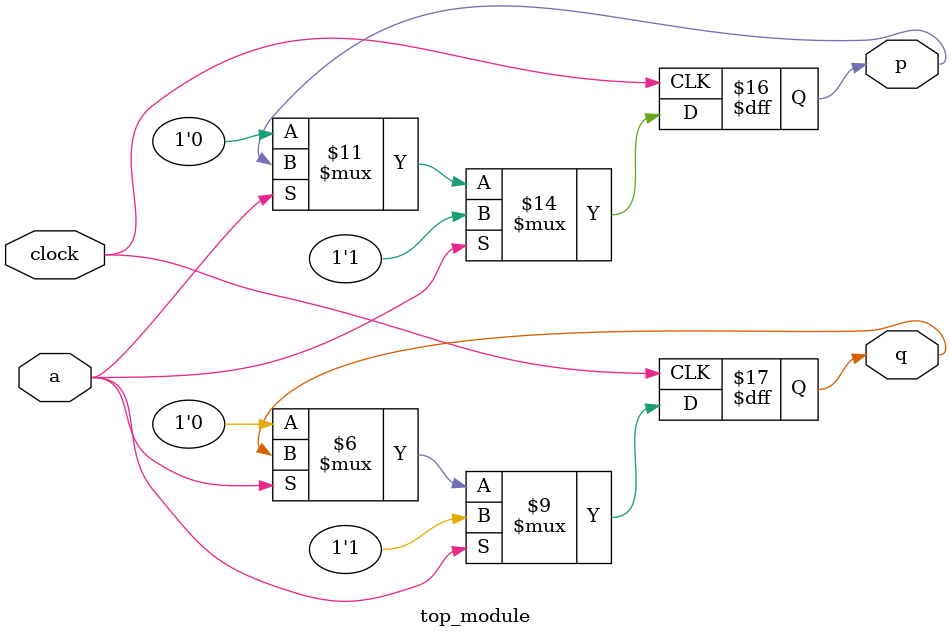
<source format=sv>
module top_module (
  input wire clock,
  input wire a,
  output reg p,
  output reg q
);

always @(posedge clock) begin
  if (a == 1'b1) begin
    p <= 1'b1;
  end else if (a == 1'b0) begin
    p <= 1'b0;
  end
  if (a == 1'b1) begin
    q <= 1'b1;
  end else if (a == 1'b0) begin
    q <= 1'b0;
  end
end

endmodule

</source>
